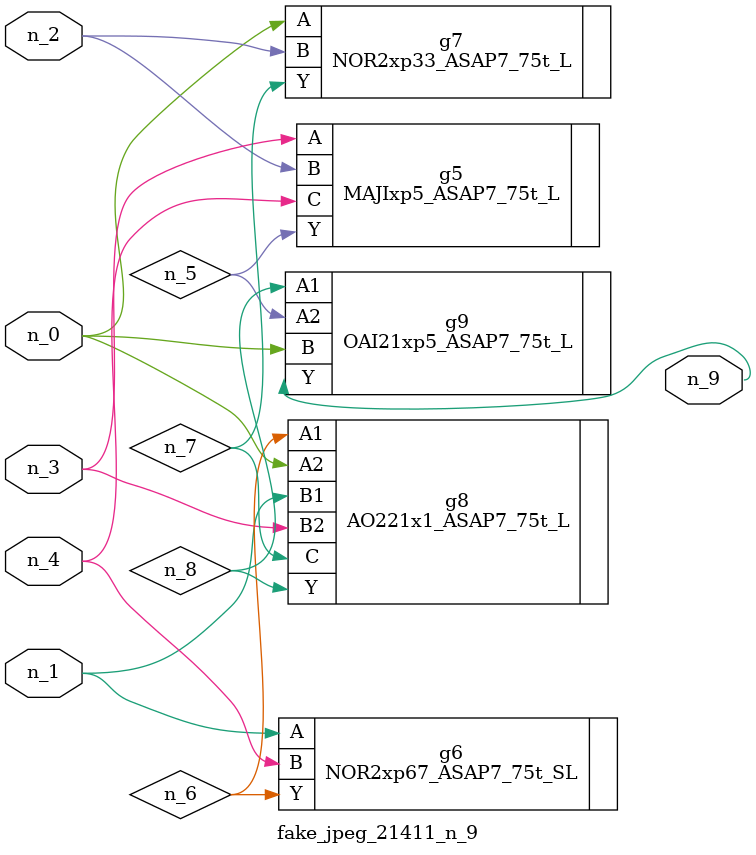
<source format=v>
module fake_jpeg_21411_n_9 (n_3, n_2, n_1, n_0, n_4, n_9);

input n_3;
input n_2;
input n_1;
input n_0;
input n_4;

output n_9;

wire n_8;
wire n_6;
wire n_5;
wire n_7;

MAJIxp5_ASAP7_75t_L g5 ( 
.A(n_3),
.B(n_2),
.C(n_4),
.Y(n_5)
);

NOR2xp67_ASAP7_75t_SL g6 ( 
.A(n_1),
.B(n_4),
.Y(n_6)
);

NOR2xp33_ASAP7_75t_L g7 ( 
.A(n_0),
.B(n_2),
.Y(n_7)
);

AO221x1_ASAP7_75t_L g8 ( 
.A1(n_6),
.A2(n_0),
.B1(n_1),
.B2(n_3),
.C(n_7),
.Y(n_8)
);

OAI21xp5_ASAP7_75t_L g9 ( 
.A1(n_8),
.A2(n_5),
.B(n_0),
.Y(n_9)
);


endmodule
</source>
